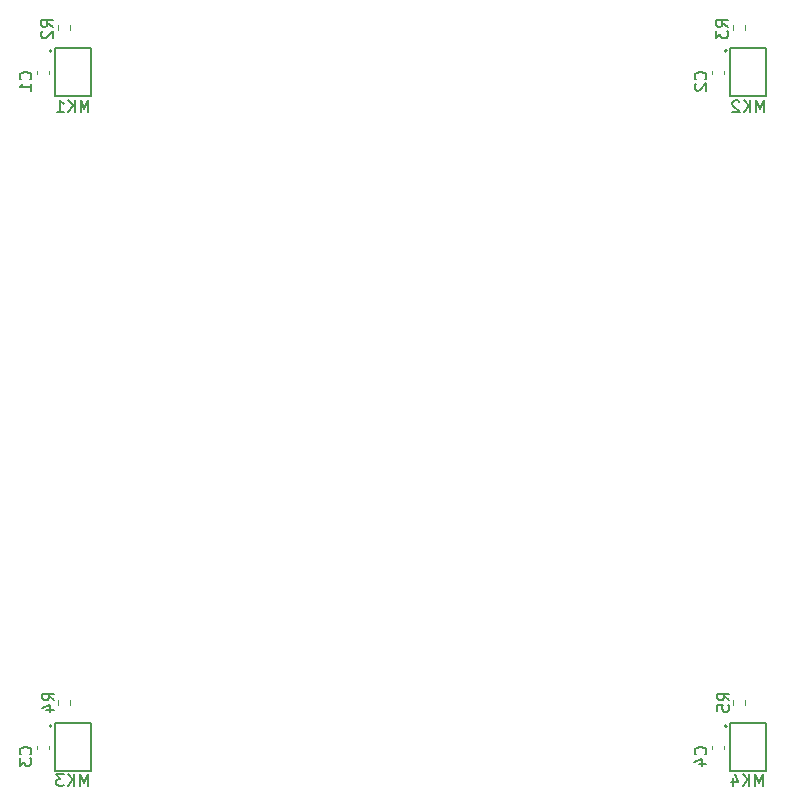
<source format=gbo>
G04 #@! TF.GenerationSoftware,KiCad,Pcbnew,5.1.10-88a1d61d58~88~ubuntu18.04.1*
G04 #@! TF.CreationDate,2021-09-30T10:19:46+02:00*
G04 #@! TF.ProjectId,pmod_microphone_array_2x2,706d6f64-5f6d-4696-9372-6f70686f6e65,1.0.0*
G04 #@! TF.SameCoordinates,Original*
G04 #@! TF.FileFunction,Legend,Bot*
G04 #@! TF.FilePolarity,Positive*
%FSLAX46Y46*%
G04 Gerber Fmt 4.6, Leading zero omitted, Abs format (unit mm)*
G04 Created by KiCad (PCBNEW 5.1.10-88a1d61d58~88~ubuntu18.04.1) date 2021-09-30 10:19:46*
%MOMM*%
%LPD*%
G01*
G04 APERTURE LIST*
%ADD10C,0.120000*%
%ADD11C,0.200000*%
%ADD12C,0.127000*%
%ADD13C,0.150000*%
%ADD14C,0.000100*%
%ADD15C,0.800000*%
%ADD16R,0.750000X0.450000*%
%ADD17R,1.200000X1.200000*%
%ADD18C,1.200000*%
G04 APERTURE END LIST*
D10*
X94502500Y-116823258D02*
X94502500Y-116348742D01*
X93457500Y-116823258D02*
X93457500Y-116348742D01*
X37352500Y-116823258D02*
X37352500Y-116348742D01*
X36307500Y-116823258D02*
X36307500Y-116348742D01*
D11*
X92962000Y-118596000D02*
G75*
G03*
X92962000Y-118596000I-100000J0D01*
G01*
D12*
X96302000Y-122416000D02*
X96302000Y-118376000D01*
X93222000Y-118376000D02*
X93222000Y-122416000D01*
X96302000Y-118376000D02*
X93222000Y-118376000D01*
X93222000Y-122416000D02*
X96302000Y-122416000D01*
D11*
X35792000Y-118596000D02*
G75*
G03*
X35792000Y-118596000I-100000J0D01*
G01*
D12*
X39132000Y-122416000D02*
X39132000Y-118376000D01*
X36052000Y-118376000D02*
X36052000Y-122416000D01*
X39132000Y-118376000D02*
X36052000Y-118376000D01*
X36052000Y-122416000D02*
X39132000Y-122416000D01*
D10*
X91692000Y-120255420D02*
X91692000Y-120536580D01*
X92712000Y-120255420D02*
X92712000Y-120536580D01*
X34542000Y-120255420D02*
X34542000Y-120536580D01*
X35562000Y-120255420D02*
X35562000Y-120536580D01*
D11*
X92962000Y-61426000D02*
G75*
G03*
X92962000Y-61426000I-100000J0D01*
G01*
D12*
X96302000Y-65246000D02*
X96302000Y-61206000D01*
X93222000Y-61206000D02*
X93222000Y-65246000D01*
X96302000Y-61206000D02*
X93222000Y-61206000D01*
X93222000Y-65246000D02*
X96302000Y-65246000D01*
D11*
X35792000Y-61426000D02*
G75*
G03*
X35792000Y-61426000I-100000J0D01*
G01*
D12*
X39132000Y-65246000D02*
X39132000Y-61206000D01*
X36052000Y-61206000D02*
X36052000Y-65246000D01*
X39132000Y-61206000D02*
X36052000Y-61206000D01*
X36052000Y-65246000D02*
X39132000Y-65246000D01*
D10*
X94502500Y-59673258D02*
X94502500Y-59198742D01*
X93457500Y-59673258D02*
X93457500Y-59198742D01*
X37352500Y-59673258D02*
X37352500Y-59198742D01*
X36307500Y-59673258D02*
X36307500Y-59198742D01*
X91692000Y-63105420D02*
X91692000Y-63386580D01*
X92712000Y-63105420D02*
X92712000Y-63386580D01*
X34542000Y-63105420D02*
X34542000Y-63386580D01*
X35562000Y-63105420D02*
X35562000Y-63386580D01*
D13*
X93162380Y-116419333D02*
X92686190Y-116086000D01*
X93162380Y-115847904D02*
X92162380Y-115847904D01*
X92162380Y-116228857D01*
X92210000Y-116324095D01*
X92257619Y-116371714D01*
X92352857Y-116419333D01*
X92495714Y-116419333D01*
X92590952Y-116371714D01*
X92638571Y-116324095D01*
X92686190Y-116228857D01*
X92686190Y-115847904D01*
X92162380Y-117324095D02*
X92162380Y-116847904D01*
X92638571Y-116800285D01*
X92590952Y-116847904D01*
X92543333Y-116943142D01*
X92543333Y-117181238D01*
X92590952Y-117276476D01*
X92638571Y-117324095D01*
X92733809Y-117371714D01*
X92971904Y-117371714D01*
X93067142Y-117324095D01*
X93114761Y-117276476D01*
X93162380Y-117181238D01*
X93162380Y-116943142D01*
X93114761Y-116847904D01*
X93067142Y-116800285D01*
X36012380Y-116419333D02*
X35536190Y-116086000D01*
X36012380Y-115847904D02*
X35012380Y-115847904D01*
X35012380Y-116228857D01*
X35060000Y-116324095D01*
X35107619Y-116371714D01*
X35202857Y-116419333D01*
X35345714Y-116419333D01*
X35440952Y-116371714D01*
X35488571Y-116324095D01*
X35536190Y-116228857D01*
X35536190Y-115847904D01*
X35345714Y-117276476D02*
X36012380Y-117276476D01*
X34964761Y-117038380D02*
X35679047Y-116800285D01*
X35679047Y-117419333D01*
X96011523Y-123662380D02*
X96011523Y-122662380D01*
X95678190Y-123376666D01*
X95344857Y-122662380D01*
X95344857Y-123662380D01*
X94868666Y-123662380D02*
X94868666Y-122662380D01*
X94297238Y-123662380D02*
X94725809Y-123090952D01*
X94297238Y-122662380D02*
X94868666Y-123233809D01*
X93440095Y-122995714D02*
X93440095Y-123662380D01*
X93678190Y-122614761D02*
X93916285Y-123329047D01*
X93297238Y-123329047D01*
X38861523Y-123662380D02*
X38861523Y-122662380D01*
X38528190Y-123376666D01*
X38194857Y-122662380D01*
X38194857Y-123662380D01*
X37718666Y-123662380D02*
X37718666Y-122662380D01*
X37147238Y-123662380D02*
X37575809Y-123090952D01*
X37147238Y-122662380D02*
X37718666Y-123233809D01*
X36813904Y-122662380D02*
X36194857Y-122662380D01*
X36528190Y-123043333D01*
X36385333Y-123043333D01*
X36290095Y-123090952D01*
X36242476Y-123138571D01*
X36194857Y-123233809D01*
X36194857Y-123471904D01*
X36242476Y-123567142D01*
X36290095Y-123614761D01*
X36385333Y-123662380D01*
X36671047Y-123662380D01*
X36766285Y-123614761D01*
X36813904Y-123567142D01*
X91129142Y-120991333D02*
X91176761Y-120943714D01*
X91224380Y-120800857D01*
X91224380Y-120705619D01*
X91176761Y-120562761D01*
X91081523Y-120467523D01*
X90986285Y-120419904D01*
X90795809Y-120372285D01*
X90652952Y-120372285D01*
X90462476Y-120419904D01*
X90367238Y-120467523D01*
X90272000Y-120562761D01*
X90224380Y-120705619D01*
X90224380Y-120800857D01*
X90272000Y-120943714D01*
X90319619Y-120991333D01*
X90557714Y-121848476D02*
X91224380Y-121848476D01*
X90176761Y-121610380D02*
X90891047Y-121372285D01*
X90891047Y-121991333D01*
X33979142Y-120991333D02*
X34026761Y-120943714D01*
X34074380Y-120800857D01*
X34074380Y-120705619D01*
X34026761Y-120562761D01*
X33931523Y-120467523D01*
X33836285Y-120419904D01*
X33645809Y-120372285D01*
X33502952Y-120372285D01*
X33312476Y-120419904D01*
X33217238Y-120467523D01*
X33122000Y-120562761D01*
X33074380Y-120705619D01*
X33074380Y-120800857D01*
X33122000Y-120943714D01*
X33169619Y-120991333D01*
X33074380Y-121324666D02*
X33074380Y-121943714D01*
X33455333Y-121610380D01*
X33455333Y-121753238D01*
X33502952Y-121848476D01*
X33550571Y-121896095D01*
X33645809Y-121943714D01*
X33883904Y-121943714D01*
X33979142Y-121896095D01*
X34026761Y-121848476D01*
X34074380Y-121753238D01*
X34074380Y-121467523D01*
X34026761Y-121372285D01*
X33979142Y-121324666D01*
X96091523Y-66626380D02*
X96091523Y-65626380D01*
X95758190Y-66340666D01*
X95424857Y-65626380D01*
X95424857Y-66626380D01*
X94948666Y-66626380D02*
X94948666Y-65626380D01*
X94377238Y-66626380D02*
X94805809Y-66054952D01*
X94377238Y-65626380D02*
X94948666Y-66197809D01*
X93996285Y-65721619D02*
X93948666Y-65674000D01*
X93853428Y-65626380D01*
X93615333Y-65626380D01*
X93520095Y-65674000D01*
X93472476Y-65721619D01*
X93424857Y-65816857D01*
X93424857Y-65912095D01*
X93472476Y-66054952D01*
X94043904Y-66626380D01*
X93424857Y-66626380D01*
X38901523Y-66626380D02*
X38901523Y-65626380D01*
X38568190Y-66340666D01*
X38234857Y-65626380D01*
X38234857Y-66626380D01*
X37758666Y-66626380D02*
X37758666Y-65626380D01*
X37187238Y-66626380D02*
X37615809Y-66054952D01*
X37187238Y-65626380D02*
X37758666Y-66197809D01*
X36234857Y-66626380D02*
X36806285Y-66626380D01*
X36520571Y-66626380D02*
X36520571Y-65626380D01*
X36615809Y-65769238D01*
X36711047Y-65864476D01*
X36806285Y-65912095D01*
X93035380Y-59396333D02*
X92559190Y-59063000D01*
X93035380Y-58824904D02*
X92035380Y-58824904D01*
X92035380Y-59205857D01*
X92083000Y-59301095D01*
X92130619Y-59348714D01*
X92225857Y-59396333D01*
X92368714Y-59396333D01*
X92463952Y-59348714D01*
X92511571Y-59301095D01*
X92559190Y-59205857D01*
X92559190Y-58824904D01*
X92035380Y-59729666D02*
X92035380Y-60348714D01*
X92416333Y-60015380D01*
X92416333Y-60158238D01*
X92463952Y-60253476D01*
X92511571Y-60301095D01*
X92606809Y-60348714D01*
X92844904Y-60348714D01*
X92940142Y-60301095D01*
X92987761Y-60253476D01*
X93035380Y-60158238D01*
X93035380Y-59872523D01*
X92987761Y-59777285D01*
X92940142Y-59729666D01*
X35885380Y-59396333D02*
X35409190Y-59063000D01*
X35885380Y-58824904D02*
X34885380Y-58824904D01*
X34885380Y-59205857D01*
X34933000Y-59301095D01*
X34980619Y-59348714D01*
X35075857Y-59396333D01*
X35218714Y-59396333D01*
X35313952Y-59348714D01*
X35361571Y-59301095D01*
X35409190Y-59205857D01*
X35409190Y-58824904D01*
X34980619Y-59777285D02*
X34933000Y-59824904D01*
X34885380Y-59920142D01*
X34885380Y-60158238D01*
X34933000Y-60253476D01*
X34980619Y-60301095D01*
X35075857Y-60348714D01*
X35171095Y-60348714D01*
X35313952Y-60301095D01*
X35885380Y-59729666D01*
X35885380Y-60348714D01*
X91129142Y-63841333D02*
X91176761Y-63793714D01*
X91224380Y-63650857D01*
X91224380Y-63555619D01*
X91176761Y-63412761D01*
X91081523Y-63317523D01*
X90986285Y-63269904D01*
X90795809Y-63222285D01*
X90652952Y-63222285D01*
X90462476Y-63269904D01*
X90367238Y-63317523D01*
X90272000Y-63412761D01*
X90224380Y-63555619D01*
X90224380Y-63650857D01*
X90272000Y-63793714D01*
X90319619Y-63841333D01*
X90319619Y-64222285D02*
X90272000Y-64269904D01*
X90224380Y-64365142D01*
X90224380Y-64603238D01*
X90272000Y-64698476D01*
X90319619Y-64746095D01*
X90414857Y-64793714D01*
X90510095Y-64793714D01*
X90652952Y-64746095D01*
X91224380Y-64174666D01*
X91224380Y-64793714D01*
X33979142Y-63841333D02*
X34026761Y-63793714D01*
X34074380Y-63650857D01*
X34074380Y-63555619D01*
X34026761Y-63412761D01*
X33931523Y-63317523D01*
X33836285Y-63269904D01*
X33645809Y-63222285D01*
X33502952Y-63222285D01*
X33312476Y-63269904D01*
X33217238Y-63317523D01*
X33122000Y-63412761D01*
X33074380Y-63555619D01*
X33074380Y-63650857D01*
X33122000Y-63793714D01*
X33169619Y-63841333D01*
X34074380Y-64793714D02*
X34074380Y-64222285D01*
X34074380Y-64508000D02*
X33074380Y-64508000D01*
X33217238Y-64412761D01*
X33312476Y-64317523D01*
X33360095Y-64222285D01*
%LPC*%
D14*
G36*
X94761000Y-120516000D02*
G01*
X94761000Y-120066000D01*
X94715918Y-120066577D01*
X94662641Y-120069835D01*
X94609607Y-120075878D01*
X94556962Y-120084688D01*
X94504850Y-120096241D01*
X94453414Y-120110505D01*
X94402795Y-120127442D01*
X94353132Y-120147005D01*
X94304561Y-120169140D01*
X94257215Y-120193786D01*
X94211224Y-120220877D01*
X94166713Y-120250338D01*
X94123806Y-120282088D01*
X94082619Y-120316040D01*
X94043265Y-120352101D01*
X94005853Y-120390172D01*
X93970484Y-120430150D01*
X93937256Y-120471923D01*
X93906260Y-120515378D01*
X93877580Y-120560396D01*
X93851296Y-120606853D01*
X93827479Y-120654622D01*
X93806195Y-120703572D01*
X93787502Y-120753569D01*
X93771451Y-120804476D01*
X93758087Y-120856152D01*
X93747445Y-120908458D01*
X93739555Y-120961249D01*
X93734439Y-121014380D01*
X93732000Y-121076000D01*
X93732000Y-121096000D01*
X93733412Y-121149906D01*
X93737642Y-121203664D01*
X93744681Y-121257127D01*
X93754508Y-121310149D01*
X93767096Y-121362584D01*
X93782412Y-121414288D01*
X93800412Y-121465119D01*
X93821048Y-121514939D01*
X93844263Y-121563610D01*
X93869994Y-121611000D01*
X93898169Y-121656978D01*
X93928712Y-121701419D01*
X93961540Y-121744200D01*
X93996561Y-121785205D01*
X94033680Y-121824320D01*
X94072795Y-121861439D01*
X94113800Y-121896460D01*
X94156581Y-121929288D01*
X94201022Y-121959831D01*
X94247000Y-121988006D01*
X94294390Y-122013737D01*
X94343061Y-122036952D01*
X94392881Y-122057588D01*
X94443712Y-122075588D01*
X94495416Y-122090904D01*
X94547851Y-122103492D01*
X94600873Y-122113319D01*
X94654336Y-122120358D01*
X94708094Y-122124588D01*
X94762000Y-122126000D01*
X94815906Y-122124588D01*
X94869664Y-122120358D01*
X94923127Y-122113319D01*
X94976149Y-122103492D01*
X95028584Y-122090904D01*
X95080288Y-122075588D01*
X95131119Y-122057588D01*
X95180939Y-122036952D01*
X95229610Y-122013737D01*
X95277000Y-121988006D01*
X95322978Y-121959831D01*
X95367419Y-121929288D01*
X95410200Y-121896460D01*
X95451205Y-121861439D01*
X95490320Y-121824320D01*
X95527439Y-121785205D01*
X95562460Y-121744200D01*
X95595288Y-121701419D01*
X95625831Y-121656978D01*
X95654006Y-121611000D01*
X95679737Y-121563610D01*
X95702952Y-121514939D01*
X95723588Y-121465119D01*
X95741588Y-121414288D01*
X95756904Y-121362584D01*
X95769492Y-121310149D01*
X95779319Y-121257127D01*
X95786358Y-121203664D01*
X95790588Y-121149906D01*
X95792000Y-121096000D01*
X95792000Y-121076000D01*
X95790616Y-121023141D01*
X95786467Y-120970426D01*
X95779565Y-120918001D01*
X95769929Y-120866009D01*
X95757585Y-120814593D01*
X95742567Y-120763893D01*
X95724916Y-120714048D01*
X95704681Y-120665196D01*
X95681917Y-120617470D01*
X95656686Y-120571000D01*
X95629057Y-120525915D01*
X95599107Y-120482337D01*
X95566917Y-120440386D01*
X95532576Y-120400178D01*
X95496178Y-120361822D01*
X95457822Y-120325424D01*
X95417614Y-120291083D01*
X95375663Y-120258893D01*
X95332085Y-120228943D01*
X95287000Y-120201314D01*
X95240530Y-120176083D01*
X95192804Y-120153319D01*
X95143952Y-120133084D01*
X95094107Y-120115433D01*
X95043407Y-120100415D01*
X94991991Y-120088071D01*
X94939999Y-120078435D01*
X94887574Y-120071533D01*
X94834859Y-120067384D01*
X94782000Y-120066000D01*
X94763000Y-120066000D01*
X94763000Y-120516000D01*
X94792271Y-120515746D01*
X94821552Y-120517024D01*
X94850727Y-120519833D01*
X94879715Y-120524166D01*
X94908437Y-120530009D01*
X94936813Y-120537348D01*
X94964766Y-120546161D01*
X94992220Y-120556426D01*
X95019098Y-120568113D01*
X95045329Y-120581191D01*
X95070839Y-120595624D01*
X95095558Y-120611372D01*
X95119420Y-120628392D01*
X95142358Y-120646638D01*
X95164310Y-120666059D01*
X95185215Y-120686603D01*
X95205016Y-120708212D01*
X95223660Y-120730828D01*
X95241094Y-120754389D01*
X95257271Y-120778830D01*
X95272147Y-120804084D01*
X95285681Y-120830082D01*
X95297835Y-120856753D01*
X95308577Y-120884024D01*
X95317877Y-120911819D01*
X95325710Y-120940063D01*
X95332054Y-120968678D01*
X95336891Y-120997585D01*
X95340209Y-121026707D01*
X95342000Y-121056000D01*
X95342000Y-121096000D01*
X95341205Y-121126355D01*
X95338823Y-121156627D01*
X95334859Y-121186732D01*
X95329326Y-121216589D01*
X95322237Y-121246115D01*
X95313613Y-121275230D01*
X95303477Y-121303853D01*
X95291856Y-121331907D01*
X95278784Y-121359314D01*
X95264295Y-121386000D01*
X95248429Y-121411891D01*
X95231230Y-121436915D01*
X95212745Y-121461006D01*
X95193024Y-121484096D01*
X95172122Y-121506122D01*
X95150096Y-121527024D01*
X95127006Y-121546745D01*
X95102915Y-121565230D01*
X95077891Y-121582429D01*
X95052000Y-121598295D01*
X95025314Y-121612784D01*
X94997907Y-121625856D01*
X94969853Y-121637477D01*
X94941230Y-121647613D01*
X94912115Y-121656237D01*
X94882589Y-121663326D01*
X94852732Y-121668859D01*
X94822627Y-121672823D01*
X94792355Y-121675205D01*
X94762000Y-121676000D01*
X94731645Y-121675205D01*
X94701373Y-121672823D01*
X94671268Y-121668859D01*
X94641411Y-121663326D01*
X94611885Y-121656237D01*
X94582770Y-121647613D01*
X94554147Y-121637477D01*
X94526093Y-121625856D01*
X94498686Y-121612784D01*
X94472000Y-121598295D01*
X94446109Y-121582429D01*
X94421085Y-121565230D01*
X94396994Y-121546745D01*
X94373904Y-121527024D01*
X94351878Y-121506122D01*
X94330976Y-121484096D01*
X94311255Y-121461006D01*
X94292770Y-121436915D01*
X94275571Y-121411891D01*
X94259705Y-121386000D01*
X94245216Y-121359314D01*
X94232144Y-121331907D01*
X94220523Y-121303853D01*
X94210387Y-121275230D01*
X94201763Y-121246115D01*
X94194674Y-121216589D01*
X94189141Y-121186732D01*
X94185177Y-121156627D01*
X94182795Y-121126355D01*
X94182000Y-121096000D01*
X94182000Y-121076000D01*
X94183308Y-121045768D01*
X94186166Y-121016086D01*
X94190574Y-120986594D01*
X94196519Y-120957373D01*
X94203985Y-120928503D01*
X94212952Y-120900063D01*
X94223395Y-120872132D01*
X94235286Y-120844785D01*
X94248591Y-120818099D01*
X94263275Y-120792145D01*
X94279297Y-120766995D01*
X94296614Y-120742719D01*
X94315177Y-120719382D01*
X94334936Y-120697048D01*
X94355837Y-120675779D01*
X94377822Y-120655633D01*
X94400832Y-120636665D01*
X94424803Y-120618928D01*
X94449669Y-120602469D01*
X94475363Y-120587335D01*
X94501813Y-120573566D01*
X94528948Y-120561200D01*
X94556692Y-120550271D01*
X94584971Y-120540809D01*
X94613706Y-120532840D01*
X94642819Y-120526386D01*
X94672230Y-120521464D01*
X94701858Y-120518088D01*
X94731622Y-120516268D01*
X94761000Y-120516000D01*
G37*
X94761000Y-120516000D02*
X94761000Y-120066000D01*
X94715918Y-120066577D01*
X94662641Y-120069835D01*
X94609607Y-120075878D01*
X94556962Y-120084688D01*
X94504850Y-120096241D01*
X94453414Y-120110505D01*
X94402795Y-120127442D01*
X94353132Y-120147005D01*
X94304561Y-120169140D01*
X94257215Y-120193786D01*
X94211224Y-120220877D01*
X94166713Y-120250338D01*
X94123806Y-120282088D01*
X94082619Y-120316040D01*
X94043265Y-120352101D01*
X94005853Y-120390172D01*
X93970484Y-120430150D01*
X93937256Y-120471923D01*
X93906260Y-120515378D01*
X93877580Y-120560396D01*
X93851296Y-120606853D01*
X93827479Y-120654622D01*
X93806195Y-120703572D01*
X93787502Y-120753569D01*
X93771451Y-120804476D01*
X93758087Y-120856152D01*
X93747445Y-120908458D01*
X93739555Y-120961249D01*
X93734439Y-121014380D01*
X93732000Y-121076000D01*
X93732000Y-121096000D01*
X93733412Y-121149906D01*
X93737642Y-121203664D01*
X93744681Y-121257127D01*
X93754508Y-121310149D01*
X93767096Y-121362584D01*
X93782412Y-121414288D01*
X93800412Y-121465119D01*
X93821048Y-121514939D01*
X93844263Y-121563610D01*
X93869994Y-121611000D01*
X93898169Y-121656978D01*
X93928712Y-121701419D01*
X93961540Y-121744200D01*
X93996561Y-121785205D01*
X94033680Y-121824320D01*
X94072795Y-121861439D01*
X94113800Y-121896460D01*
X94156581Y-121929288D01*
X94201022Y-121959831D01*
X94247000Y-121988006D01*
X94294390Y-122013737D01*
X94343061Y-122036952D01*
X94392881Y-122057588D01*
X94443712Y-122075588D01*
X94495416Y-122090904D01*
X94547851Y-122103492D01*
X94600873Y-122113319D01*
X94654336Y-122120358D01*
X94708094Y-122124588D01*
X94762000Y-122126000D01*
X94815906Y-122124588D01*
X94869664Y-122120358D01*
X94923127Y-122113319D01*
X94976149Y-122103492D01*
X95028584Y-122090904D01*
X95080288Y-122075588D01*
X95131119Y-122057588D01*
X95180939Y-122036952D01*
X95229610Y-122013737D01*
X95277000Y-121988006D01*
X95322978Y-121959831D01*
X95367419Y-121929288D01*
X95410200Y-121896460D01*
X95451205Y-121861439D01*
X95490320Y-121824320D01*
X95527439Y-121785205D01*
X95562460Y-121744200D01*
X95595288Y-121701419D01*
X95625831Y-121656978D01*
X95654006Y-121611000D01*
X95679737Y-121563610D01*
X95702952Y-121514939D01*
X95723588Y-121465119D01*
X95741588Y-121414288D01*
X95756904Y-121362584D01*
X95769492Y-121310149D01*
X95779319Y-121257127D01*
X95786358Y-121203664D01*
X95790588Y-121149906D01*
X95792000Y-121096000D01*
X95792000Y-121076000D01*
X95790616Y-121023141D01*
X95786467Y-120970426D01*
X95779565Y-120918001D01*
X95769929Y-120866009D01*
X95757585Y-120814593D01*
X95742567Y-120763893D01*
X95724916Y-120714048D01*
X95704681Y-120665196D01*
X95681917Y-120617470D01*
X95656686Y-120571000D01*
X95629057Y-120525915D01*
X95599107Y-120482337D01*
X95566917Y-120440386D01*
X95532576Y-120400178D01*
X95496178Y-120361822D01*
X95457822Y-120325424D01*
X95417614Y-120291083D01*
X95375663Y-120258893D01*
X95332085Y-120228943D01*
X95287000Y-120201314D01*
X95240530Y-120176083D01*
X95192804Y-120153319D01*
X95143952Y-120133084D01*
X95094107Y-120115433D01*
X95043407Y-120100415D01*
X94991991Y-120088071D01*
X94939999Y-120078435D01*
X94887574Y-120071533D01*
X94834859Y-120067384D01*
X94782000Y-120066000D01*
X94763000Y-120066000D01*
X94763000Y-120516000D01*
X94792271Y-120515746D01*
X94821552Y-120517024D01*
X94850727Y-120519833D01*
X94879715Y-120524166D01*
X94908437Y-120530009D01*
X94936813Y-120537348D01*
X94964766Y-120546161D01*
X94992220Y-120556426D01*
X95019098Y-120568113D01*
X95045329Y-120581191D01*
X95070839Y-120595624D01*
X95095558Y-120611372D01*
X95119420Y-120628392D01*
X95142358Y-120646638D01*
X95164310Y-120666059D01*
X95185215Y-120686603D01*
X95205016Y-120708212D01*
X95223660Y-120730828D01*
X95241094Y-120754389D01*
X95257271Y-120778830D01*
X95272147Y-120804084D01*
X95285681Y-120830082D01*
X95297835Y-120856753D01*
X95308577Y-120884024D01*
X95317877Y-120911819D01*
X95325710Y-120940063D01*
X95332054Y-120968678D01*
X95336891Y-120997585D01*
X95340209Y-121026707D01*
X95342000Y-121056000D01*
X95342000Y-121096000D01*
X95341205Y-121126355D01*
X95338823Y-121156627D01*
X95334859Y-121186732D01*
X95329326Y-121216589D01*
X95322237Y-121246115D01*
X95313613Y-121275230D01*
X95303477Y-121303853D01*
X95291856Y-121331907D01*
X95278784Y-121359314D01*
X95264295Y-121386000D01*
X95248429Y-121411891D01*
X95231230Y-121436915D01*
X95212745Y-121461006D01*
X95193024Y-121484096D01*
X95172122Y-121506122D01*
X95150096Y-121527024D01*
X95127006Y-121546745D01*
X95102915Y-121565230D01*
X95077891Y-121582429D01*
X95052000Y-121598295D01*
X95025314Y-121612784D01*
X94997907Y-121625856D01*
X94969853Y-121637477D01*
X94941230Y-121647613D01*
X94912115Y-121656237D01*
X94882589Y-121663326D01*
X94852732Y-121668859D01*
X94822627Y-121672823D01*
X94792355Y-121675205D01*
X94762000Y-121676000D01*
X94731645Y-121675205D01*
X94701373Y-121672823D01*
X94671268Y-121668859D01*
X94641411Y-121663326D01*
X94611885Y-121656237D01*
X94582770Y-121647613D01*
X94554147Y-121637477D01*
X94526093Y-121625856D01*
X94498686Y-121612784D01*
X94472000Y-121598295D01*
X94446109Y-121582429D01*
X94421085Y-121565230D01*
X94396994Y-121546745D01*
X94373904Y-121527024D01*
X94351878Y-121506122D01*
X94330976Y-121484096D01*
X94311255Y-121461006D01*
X94292770Y-121436915D01*
X94275571Y-121411891D01*
X94259705Y-121386000D01*
X94245216Y-121359314D01*
X94232144Y-121331907D01*
X94220523Y-121303853D01*
X94210387Y-121275230D01*
X94201763Y-121246115D01*
X94194674Y-121216589D01*
X94189141Y-121186732D01*
X94185177Y-121156627D01*
X94182795Y-121126355D01*
X94182000Y-121096000D01*
X94182000Y-121076000D01*
X94183308Y-121045768D01*
X94186166Y-121016086D01*
X94190574Y-120986594D01*
X94196519Y-120957373D01*
X94203985Y-120928503D01*
X94212952Y-120900063D01*
X94223395Y-120872132D01*
X94235286Y-120844785D01*
X94248591Y-120818099D01*
X94263275Y-120792145D01*
X94279297Y-120766995D01*
X94296614Y-120742719D01*
X94315177Y-120719382D01*
X94334936Y-120697048D01*
X94355837Y-120675779D01*
X94377822Y-120655633D01*
X94400832Y-120636665D01*
X94424803Y-120618928D01*
X94449669Y-120602469D01*
X94475363Y-120587335D01*
X94501813Y-120573566D01*
X94528948Y-120561200D01*
X94556692Y-120550271D01*
X94584971Y-120540809D01*
X94613706Y-120532840D01*
X94642819Y-120526386D01*
X94672230Y-120521464D01*
X94701858Y-120518088D01*
X94731622Y-120516268D01*
X94761000Y-120516000D01*
G36*
X37591000Y-120516000D02*
G01*
X37591000Y-120066000D01*
X37545918Y-120066577D01*
X37492641Y-120069835D01*
X37439607Y-120075878D01*
X37386962Y-120084688D01*
X37334850Y-120096241D01*
X37283414Y-120110505D01*
X37232795Y-120127442D01*
X37183132Y-120147005D01*
X37134561Y-120169140D01*
X37087215Y-120193786D01*
X37041224Y-120220877D01*
X36996713Y-120250338D01*
X36953806Y-120282088D01*
X36912619Y-120316040D01*
X36873265Y-120352101D01*
X36835853Y-120390172D01*
X36800484Y-120430150D01*
X36767256Y-120471923D01*
X36736260Y-120515378D01*
X36707580Y-120560396D01*
X36681296Y-120606853D01*
X36657479Y-120654622D01*
X36636195Y-120703572D01*
X36617502Y-120753569D01*
X36601451Y-120804476D01*
X36588087Y-120856152D01*
X36577445Y-120908458D01*
X36569555Y-120961249D01*
X36564439Y-121014380D01*
X36562000Y-121076000D01*
X36562000Y-121096000D01*
X36563412Y-121149906D01*
X36567642Y-121203664D01*
X36574681Y-121257127D01*
X36584508Y-121310149D01*
X36597096Y-121362584D01*
X36612412Y-121414288D01*
X36630412Y-121465119D01*
X36651048Y-121514939D01*
X36674263Y-121563610D01*
X36699994Y-121611000D01*
X36728169Y-121656978D01*
X36758712Y-121701419D01*
X36791540Y-121744200D01*
X36826561Y-121785205D01*
X36863680Y-121824320D01*
X36902795Y-121861439D01*
X36943800Y-121896460D01*
X36986581Y-121929288D01*
X37031022Y-121959831D01*
X37077000Y-121988006D01*
X37124390Y-122013737D01*
X37173061Y-122036952D01*
X37222881Y-122057588D01*
X37273712Y-122075588D01*
X37325416Y-122090904D01*
X37377851Y-122103492D01*
X37430873Y-122113319D01*
X37484336Y-122120358D01*
X37538094Y-122124588D01*
X37592000Y-122126000D01*
X37645906Y-122124588D01*
X37699664Y-122120358D01*
X37753127Y-122113319D01*
X37806149Y-122103492D01*
X37858584Y-122090904D01*
X37910288Y-122075588D01*
X37961119Y-122057588D01*
X38010939Y-122036952D01*
X38059610Y-122013737D01*
X38107000Y-121988006D01*
X38152978Y-121959831D01*
X38197419Y-121929288D01*
X38240200Y-121896460D01*
X38281205Y-121861439D01*
X38320320Y-121824320D01*
X38357439Y-121785205D01*
X38392460Y-121744200D01*
X38425288Y-121701419D01*
X38455831Y-121656978D01*
X38484006Y-121611000D01*
X38509737Y-121563610D01*
X38532952Y-121514939D01*
X38553588Y-121465119D01*
X38571588Y-121414288D01*
X38586904Y-121362584D01*
X38599492Y-121310149D01*
X38609319Y-121257127D01*
X38616358Y-121203664D01*
X38620588Y-121149906D01*
X38622000Y-121096000D01*
X38622000Y-121076000D01*
X38620616Y-121023141D01*
X38616467Y-120970426D01*
X38609565Y-120918001D01*
X38599929Y-120866009D01*
X38587585Y-120814593D01*
X38572567Y-120763893D01*
X38554916Y-120714048D01*
X38534681Y-120665196D01*
X38511917Y-120617470D01*
X38486686Y-120571000D01*
X38459057Y-120525915D01*
X38429107Y-120482337D01*
X38396917Y-120440386D01*
X38362576Y-120400178D01*
X38326178Y-120361822D01*
X38287822Y-120325424D01*
X38247614Y-120291083D01*
X38205663Y-120258893D01*
X38162085Y-120228943D01*
X38117000Y-120201314D01*
X38070530Y-120176083D01*
X38022804Y-120153319D01*
X37973952Y-120133084D01*
X37924107Y-120115433D01*
X37873407Y-120100415D01*
X37821991Y-120088071D01*
X37769999Y-120078435D01*
X37717574Y-120071533D01*
X37664859Y-120067384D01*
X37612000Y-120066000D01*
X37593000Y-120066000D01*
X37593000Y-120516000D01*
X37622271Y-120515746D01*
X37651552Y-120517024D01*
X37680727Y-120519833D01*
X37709715Y-120524166D01*
X37738437Y-120530009D01*
X37766813Y-120537348D01*
X37794766Y-120546161D01*
X37822220Y-120556426D01*
X37849098Y-120568113D01*
X37875329Y-120581191D01*
X37900839Y-120595624D01*
X37925558Y-120611372D01*
X37949420Y-120628392D01*
X37972358Y-120646638D01*
X37994310Y-120666059D01*
X38015215Y-120686603D01*
X38035016Y-120708212D01*
X38053660Y-120730828D01*
X38071094Y-120754389D01*
X38087271Y-120778830D01*
X38102147Y-120804084D01*
X38115681Y-120830082D01*
X38127835Y-120856753D01*
X38138577Y-120884024D01*
X38147877Y-120911819D01*
X38155710Y-120940063D01*
X38162054Y-120968678D01*
X38166891Y-120997585D01*
X38170209Y-121026707D01*
X38172000Y-121056000D01*
X38172000Y-121096000D01*
X38171205Y-121126355D01*
X38168823Y-121156627D01*
X38164859Y-121186732D01*
X38159326Y-121216589D01*
X38152237Y-121246115D01*
X38143613Y-121275230D01*
X38133477Y-121303853D01*
X38121856Y-121331907D01*
X38108784Y-121359314D01*
X38094295Y-121386000D01*
X38078429Y-121411891D01*
X38061230Y-121436915D01*
X38042745Y-121461006D01*
X38023024Y-121484096D01*
X38002122Y-121506122D01*
X37980096Y-121527024D01*
X37957006Y-121546745D01*
X37932915Y-121565230D01*
X37907891Y-121582429D01*
X37882000Y-121598295D01*
X37855314Y-121612784D01*
X37827907Y-121625856D01*
X37799853Y-121637477D01*
X37771230Y-121647613D01*
X37742115Y-121656237D01*
X37712589Y-121663326D01*
X37682732Y-121668859D01*
X37652627Y-121672823D01*
X37622355Y-121675205D01*
X37592000Y-121676000D01*
X37561645Y-121675205D01*
X37531373Y-121672823D01*
X37501268Y-121668859D01*
X37471411Y-121663326D01*
X37441885Y-121656237D01*
X37412770Y-121647613D01*
X37384147Y-121637477D01*
X37356093Y-121625856D01*
X37328686Y-121612784D01*
X37302000Y-121598295D01*
X37276109Y-121582429D01*
X37251085Y-121565230D01*
X37226994Y-121546745D01*
X37203904Y-121527024D01*
X37181878Y-121506122D01*
X37160976Y-121484096D01*
X37141255Y-121461006D01*
X37122770Y-121436915D01*
X37105571Y-121411891D01*
X37089705Y-121386000D01*
X37075216Y-121359314D01*
X37062144Y-121331907D01*
X37050523Y-121303853D01*
X37040387Y-121275230D01*
X37031763Y-121246115D01*
X37024674Y-121216589D01*
X37019141Y-121186732D01*
X37015177Y-121156627D01*
X37012795Y-121126355D01*
X37012000Y-121096000D01*
X37012000Y-121076000D01*
X37013308Y-121045768D01*
X37016166Y-121016086D01*
X37020574Y-120986594D01*
X37026519Y-120957373D01*
X37033985Y-120928503D01*
X37042952Y-120900063D01*
X37053395Y-120872132D01*
X37065286Y-120844785D01*
X37078591Y-120818099D01*
X37093275Y-120792145D01*
X37109297Y-120766995D01*
X37126614Y-120742719D01*
X37145177Y-120719382D01*
X37164936Y-120697048D01*
X37185837Y-120675779D01*
X37207822Y-120655633D01*
X37230832Y-120636665D01*
X37254803Y-120618928D01*
X37279669Y-120602469D01*
X37305363Y-120587335D01*
X37331813Y-120573566D01*
X37358948Y-120561200D01*
X37386692Y-120550271D01*
X37414971Y-120540809D01*
X37443706Y-120532840D01*
X37472819Y-120526386D01*
X37502230Y-120521464D01*
X37531858Y-120518088D01*
X37561622Y-120516268D01*
X37591000Y-120516000D01*
G37*
X37591000Y-120516000D02*
X37591000Y-120066000D01*
X37545918Y-120066577D01*
X37492641Y-120069835D01*
X37439607Y-120075878D01*
X37386962Y-120084688D01*
X37334850Y-120096241D01*
X37283414Y-120110505D01*
X37232795Y-120127442D01*
X37183132Y-120147005D01*
X37134561Y-120169140D01*
X37087215Y-120193786D01*
X37041224Y-120220877D01*
X36996713Y-120250338D01*
X36953806Y-120282088D01*
X36912619Y-120316040D01*
X36873265Y-120352101D01*
X36835853Y-120390172D01*
X36800484Y-120430150D01*
X36767256Y-120471923D01*
X36736260Y-120515378D01*
X36707580Y-120560396D01*
X36681296Y-120606853D01*
X36657479Y-120654622D01*
X36636195Y-120703572D01*
X36617502Y-120753569D01*
X36601451Y-120804476D01*
X36588087Y-120856152D01*
X36577445Y-120908458D01*
X36569555Y-120961249D01*
X36564439Y-121014380D01*
X36562000Y-121076000D01*
X36562000Y-121096000D01*
X36563412Y-121149906D01*
X36567642Y-121203664D01*
X36574681Y-121257127D01*
X36584508Y-121310149D01*
X36597096Y-121362584D01*
X36612412Y-121414288D01*
X36630412Y-121465119D01*
X36651048Y-121514939D01*
X36674263Y-121563610D01*
X36699994Y-121611000D01*
X36728169Y-121656978D01*
X36758712Y-121701419D01*
X36791540Y-121744200D01*
X36826561Y-121785205D01*
X36863680Y-121824320D01*
X36902795Y-121861439D01*
X36943800Y-121896460D01*
X36986581Y-121929288D01*
X37031022Y-121959831D01*
X37077000Y-121988006D01*
X37124390Y-122013737D01*
X37173061Y-122036952D01*
X37222881Y-122057588D01*
X37273712Y-122075588D01*
X37325416Y-122090904D01*
X37377851Y-122103492D01*
X37430873Y-122113319D01*
X37484336Y-122120358D01*
X37538094Y-122124588D01*
X37592000Y-122126000D01*
X37645906Y-122124588D01*
X37699664Y-122120358D01*
X37753127Y-122113319D01*
X37806149Y-122103492D01*
X37858584Y-122090904D01*
X37910288Y-122075588D01*
X37961119Y-122057588D01*
X38010939Y-122036952D01*
X38059610Y-122013737D01*
X38107000Y-121988006D01*
X38152978Y-121959831D01*
X38197419Y-121929288D01*
X38240200Y-121896460D01*
X38281205Y-121861439D01*
X38320320Y-121824320D01*
X38357439Y-121785205D01*
X38392460Y-121744200D01*
X38425288Y-121701419D01*
X38455831Y-121656978D01*
X38484006Y-121611000D01*
X38509737Y-121563610D01*
X38532952Y-121514939D01*
X38553588Y-121465119D01*
X38571588Y-121414288D01*
X38586904Y-121362584D01*
X38599492Y-121310149D01*
X38609319Y-121257127D01*
X38616358Y-121203664D01*
X38620588Y-121149906D01*
X38622000Y-121096000D01*
X38622000Y-121076000D01*
X38620616Y-121023141D01*
X38616467Y-120970426D01*
X38609565Y-120918001D01*
X38599929Y-120866009D01*
X38587585Y-120814593D01*
X38572567Y-120763893D01*
X38554916Y-120714048D01*
X38534681Y-120665196D01*
X38511917Y-120617470D01*
X38486686Y-120571000D01*
X38459057Y-120525915D01*
X38429107Y-120482337D01*
X38396917Y-120440386D01*
X38362576Y-120400178D01*
X38326178Y-120361822D01*
X38287822Y-120325424D01*
X38247614Y-120291083D01*
X38205663Y-120258893D01*
X38162085Y-120228943D01*
X38117000Y-120201314D01*
X38070530Y-120176083D01*
X38022804Y-120153319D01*
X37973952Y-120133084D01*
X37924107Y-120115433D01*
X37873407Y-120100415D01*
X37821991Y-120088071D01*
X37769999Y-120078435D01*
X37717574Y-120071533D01*
X37664859Y-120067384D01*
X37612000Y-120066000D01*
X37593000Y-120066000D01*
X37593000Y-120516000D01*
X37622271Y-120515746D01*
X37651552Y-120517024D01*
X37680727Y-120519833D01*
X37709715Y-120524166D01*
X37738437Y-120530009D01*
X37766813Y-120537348D01*
X37794766Y-120546161D01*
X37822220Y-120556426D01*
X37849098Y-120568113D01*
X37875329Y-120581191D01*
X37900839Y-120595624D01*
X37925558Y-120611372D01*
X37949420Y-120628392D01*
X37972358Y-120646638D01*
X37994310Y-120666059D01*
X38015215Y-120686603D01*
X38035016Y-120708212D01*
X38053660Y-120730828D01*
X38071094Y-120754389D01*
X38087271Y-120778830D01*
X38102147Y-120804084D01*
X38115681Y-120830082D01*
X38127835Y-120856753D01*
X38138577Y-120884024D01*
X38147877Y-120911819D01*
X38155710Y-120940063D01*
X38162054Y-120968678D01*
X38166891Y-120997585D01*
X38170209Y-121026707D01*
X38172000Y-121056000D01*
X38172000Y-121096000D01*
X38171205Y-121126355D01*
X38168823Y-121156627D01*
X38164859Y-121186732D01*
X38159326Y-121216589D01*
X38152237Y-121246115D01*
X38143613Y-121275230D01*
X38133477Y-121303853D01*
X38121856Y-121331907D01*
X38108784Y-121359314D01*
X38094295Y-121386000D01*
X38078429Y-121411891D01*
X38061230Y-121436915D01*
X38042745Y-121461006D01*
X38023024Y-121484096D01*
X38002122Y-121506122D01*
X37980096Y-121527024D01*
X37957006Y-121546745D01*
X37932915Y-121565230D01*
X37907891Y-121582429D01*
X37882000Y-121598295D01*
X37855314Y-121612784D01*
X37827907Y-121625856D01*
X37799853Y-121637477D01*
X37771230Y-121647613D01*
X37742115Y-121656237D01*
X37712589Y-121663326D01*
X37682732Y-121668859D01*
X37652627Y-121672823D01*
X37622355Y-121675205D01*
X37592000Y-121676000D01*
X37561645Y-121675205D01*
X37531373Y-121672823D01*
X37501268Y-121668859D01*
X37471411Y-121663326D01*
X37441885Y-121656237D01*
X37412770Y-121647613D01*
X37384147Y-121637477D01*
X37356093Y-121625856D01*
X37328686Y-121612784D01*
X37302000Y-121598295D01*
X37276109Y-121582429D01*
X37251085Y-121565230D01*
X37226994Y-121546745D01*
X37203904Y-121527024D01*
X37181878Y-121506122D01*
X37160976Y-121484096D01*
X37141255Y-121461006D01*
X37122770Y-121436915D01*
X37105571Y-121411891D01*
X37089705Y-121386000D01*
X37075216Y-121359314D01*
X37062144Y-121331907D01*
X37050523Y-121303853D01*
X37040387Y-121275230D01*
X37031763Y-121246115D01*
X37024674Y-121216589D01*
X37019141Y-121186732D01*
X37015177Y-121156627D01*
X37012795Y-121126355D01*
X37012000Y-121096000D01*
X37012000Y-121076000D01*
X37013308Y-121045768D01*
X37016166Y-121016086D01*
X37020574Y-120986594D01*
X37026519Y-120957373D01*
X37033985Y-120928503D01*
X37042952Y-120900063D01*
X37053395Y-120872132D01*
X37065286Y-120844785D01*
X37078591Y-120818099D01*
X37093275Y-120792145D01*
X37109297Y-120766995D01*
X37126614Y-120742719D01*
X37145177Y-120719382D01*
X37164936Y-120697048D01*
X37185837Y-120675779D01*
X37207822Y-120655633D01*
X37230832Y-120636665D01*
X37254803Y-120618928D01*
X37279669Y-120602469D01*
X37305363Y-120587335D01*
X37331813Y-120573566D01*
X37358948Y-120561200D01*
X37386692Y-120550271D01*
X37414971Y-120540809D01*
X37443706Y-120532840D01*
X37472819Y-120526386D01*
X37502230Y-120521464D01*
X37531858Y-120518088D01*
X37561622Y-120516268D01*
X37591000Y-120516000D01*
G36*
X94761000Y-63346000D02*
G01*
X94761000Y-62896000D01*
X94715918Y-62896577D01*
X94662641Y-62899835D01*
X94609607Y-62905878D01*
X94556962Y-62914688D01*
X94504850Y-62926241D01*
X94453414Y-62940505D01*
X94402795Y-62957442D01*
X94353132Y-62977005D01*
X94304561Y-62999140D01*
X94257215Y-63023786D01*
X94211224Y-63050877D01*
X94166713Y-63080338D01*
X94123806Y-63112088D01*
X94082619Y-63146040D01*
X94043265Y-63182101D01*
X94005853Y-63220172D01*
X93970484Y-63260150D01*
X93937256Y-63301923D01*
X93906260Y-63345378D01*
X93877580Y-63390396D01*
X93851296Y-63436853D01*
X93827479Y-63484622D01*
X93806195Y-63533572D01*
X93787502Y-63583569D01*
X93771451Y-63634476D01*
X93758087Y-63686152D01*
X93747445Y-63738458D01*
X93739555Y-63791249D01*
X93734439Y-63844380D01*
X93732000Y-63906000D01*
X93732000Y-63926000D01*
X93733412Y-63979906D01*
X93737642Y-64033664D01*
X93744681Y-64087127D01*
X93754508Y-64140149D01*
X93767096Y-64192584D01*
X93782412Y-64244288D01*
X93800412Y-64295119D01*
X93821048Y-64344939D01*
X93844263Y-64393610D01*
X93869994Y-64441000D01*
X93898169Y-64486978D01*
X93928712Y-64531419D01*
X93961540Y-64574200D01*
X93996561Y-64615205D01*
X94033680Y-64654320D01*
X94072795Y-64691439D01*
X94113800Y-64726460D01*
X94156581Y-64759288D01*
X94201022Y-64789831D01*
X94247000Y-64818006D01*
X94294390Y-64843737D01*
X94343061Y-64866952D01*
X94392881Y-64887588D01*
X94443712Y-64905588D01*
X94495416Y-64920904D01*
X94547851Y-64933492D01*
X94600873Y-64943319D01*
X94654336Y-64950358D01*
X94708094Y-64954588D01*
X94762000Y-64956000D01*
X94815906Y-64954588D01*
X94869664Y-64950358D01*
X94923127Y-64943319D01*
X94976149Y-64933492D01*
X95028584Y-64920904D01*
X95080288Y-64905588D01*
X95131119Y-64887588D01*
X95180939Y-64866952D01*
X95229610Y-64843737D01*
X95277000Y-64818006D01*
X95322978Y-64789831D01*
X95367419Y-64759288D01*
X95410200Y-64726460D01*
X95451205Y-64691439D01*
X95490320Y-64654320D01*
X95527439Y-64615205D01*
X95562460Y-64574200D01*
X95595288Y-64531419D01*
X95625831Y-64486978D01*
X95654006Y-64441000D01*
X95679737Y-64393610D01*
X95702952Y-64344939D01*
X95723588Y-64295119D01*
X95741588Y-64244288D01*
X95756904Y-64192584D01*
X95769492Y-64140149D01*
X95779319Y-64087127D01*
X95786358Y-64033664D01*
X95790588Y-63979906D01*
X95792000Y-63926000D01*
X95792000Y-63906000D01*
X95790616Y-63853141D01*
X95786467Y-63800426D01*
X95779565Y-63748001D01*
X95769929Y-63696009D01*
X95757585Y-63644593D01*
X95742567Y-63593893D01*
X95724916Y-63544048D01*
X95704681Y-63495196D01*
X95681917Y-63447470D01*
X95656686Y-63401000D01*
X95629057Y-63355915D01*
X95599107Y-63312337D01*
X95566917Y-63270386D01*
X95532576Y-63230178D01*
X95496178Y-63191822D01*
X95457822Y-63155424D01*
X95417614Y-63121083D01*
X95375663Y-63088893D01*
X95332085Y-63058943D01*
X95287000Y-63031314D01*
X95240530Y-63006083D01*
X95192804Y-62983319D01*
X95143952Y-62963084D01*
X95094107Y-62945433D01*
X95043407Y-62930415D01*
X94991991Y-62918071D01*
X94939999Y-62908435D01*
X94887574Y-62901533D01*
X94834859Y-62897384D01*
X94782000Y-62896000D01*
X94763000Y-62896000D01*
X94763000Y-63346000D01*
X94792271Y-63345746D01*
X94821552Y-63347024D01*
X94850727Y-63349833D01*
X94879715Y-63354166D01*
X94908437Y-63360009D01*
X94936813Y-63367348D01*
X94964766Y-63376161D01*
X94992220Y-63386426D01*
X95019098Y-63398113D01*
X95045329Y-63411191D01*
X95070839Y-63425624D01*
X95095558Y-63441372D01*
X95119420Y-63458392D01*
X95142358Y-63476638D01*
X95164310Y-63496059D01*
X95185215Y-63516603D01*
X95205016Y-63538212D01*
X95223660Y-63560828D01*
X95241094Y-63584389D01*
X95257271Y-63608830D01*
X95272147Y-63634084D01*
X95285681Y-63660082D01*
X95297835Y-63686753D01*
X95308577Y-63714024D01*
X95317877Y-63741819D01*
X95325710Y-63770063D01*
X95332054Y-63798678D01*
X95336891Y-63827585D01*
X95340209Y-63856707D01*
X95342000Y-63886000D01*
X95342000Y-63926000D01*
X95341205Y-63956355D01*
X95338823Y-63986627D01*
X95334859Y-64016732D01*
X95329326Y-64046589D01*
X95322237Y-64076115D01*
X95313613Y-64105230D01*
X95303477Y-64133853D01*
X95291856Y-64161907D01*
X95278784Y-64189314D01*
X95264295Y-64216000D01*
X95248429Y-64241891D01*
X95231230Y-64266915D01*
X95212745Y-64291006D01*
X95193024Y-64314096D01*
X95172122Y-64336122D01*
X95150096Y-64357024D01*
X95127006Y-64376745D01*
X95102915Y-64395230D01*
X95077891Y-64412429D01*
X95052000Y-64428295D01*
X95025314Y-64442784D01*
X94997907Y-64455856D01*
X94969853Y-64467477D01*
X94941230Y-64477613D01*
X94912115Y-64486237D01*
X94882589Y-64493326D01*
X94852732Y-64498859D01*
X94822627Y-64502823D01*
X94792355Y-64505205D01*
X94762000Y-64506000D01*
X94731645Y-64505205D01*
X94701373Y-64502823D01*
X94671268Y-64498859D01*
X94641411Y-64493326D01*
X94611885Y-64486237D01*
X94582770Y-64477613D01*
X94554147Y-64467477D01*
X94526093Y-64455856D01*
X94498686Y-64442784D01*
X94472000Y-64428295D01*
X94446109Y-64412429D01*
X94421085Y-64395230D01*
X94396994Y-64376745D01*
X94373904Y-64357024D01*
X94351878Y-64336122D01*
X94330976Y-64314096D01*
X94311255Y-64291006D01*
X94292770Y-64266915D01*
X94275571Y-64241891D01*
X94259705Y-64216000D01*
X94245216Y-64189314D01*
X94232144Y-64161907D01*
X94220523Y-64133853D01*
X94210387Y-64105230D01*
X94201763Y-64076115D01*
X94194674Y-64046589D01*
X94189141Y-64016732D01*
X94185177Y-63986627D01*
X94182795Y-63956355D01*
X94182000Y-63926000D01*
X94182000Y-63906000D01*
X94183308Y-63875768D01*
X94186166Y-63846086D01*
X94190574Y-63816594D01*
X94196519Y-63787373D01*
X94203985Y-63758503D01*
X94212952Y-63730063D01*
X94223395Y-63702132D01*
X94235286Y-63674785D01*
X94248591Y-63648099D01*
X94263275Y-63622145D01*
X94279297Y-63596995D01*
X94296614Y-63572719D01*
X94315177Y-63549382D01*
X94334936Y-63527048D01*
X94355837Y-63505779D01*
X94377822Y-63485633D01*
X94400832Y-63466665D01*
X94424803Y-63448928D01*
X94449669Y-63432469D01*
X94475363Y-63417335D01*
X94501813Y-63403566D01*
X94528948Y-63391200D01*
X94556692Y-63380271D01*
X94584971Y-63370809D01*
X94613706Y-63362840D01*
X94642819Y-63356386D01*
X94672230Y-63351464D01*
X94701858Y-63348088D01*
X94731622Y-63346268D01*
X94761000Y-63346000D01*
G37*
X94761000Y-63346000D02*
X94761000Y-62896000D01*
X94715918Y-62896577D01*
X94662641Y-62899835D01*
X94609607Y-62905878D01*
X94556962Y-62914688D01*
X94504850Y-62926241D01*
X94453414Y-62940505D01*
X94402795Y-62957442D01*
X94353132Y-62977005D01*
X94304561Y-62999140D01*
X94257215Y-63023786D01*
X94211224Y-63050877D01*
X94166713Y-63080338D01*
X94123806Y-63112088D01*
X94082619Y-63146040D01*
X94043265Y-63182101D01*
X94005853Y-63220172D01*
X93970484Y-63260150D01*
X93937256Y-63301923D01*
X93906260Y-63345378D01*
X93877580Y-63390396D01*
X93851296Y-63436853D01*
X93827479Y-63484622D01*
X93806195Y-63533572D01*
X93787502Y-63583569D01*
X93771451Y-63634476D01*
X93758087Y-63686152D01*
X93747445Y-63738458D01*
X93739555Y-63791249D01*
X93734439Y-63844380D01*
X93732000Y-63906000D01*
X93732000Y-63926000D01*
X93733412Y-63979906D01*
X93737642Y-64033664D01*
X93744681Y-64087127D01*
X93754508Y-64140149D01*
X93767096Y-64192584D01*
X93782412Y-64244288D01*
X93800412Y-64295119D01*
X93821048Y-64344939D01*
X93844263Y-64393610D01*
X93869994Y-64441000D01*
X93898169Y-64486978D01*
X93928712Y-64531419D01*
X93961540Y-64574200D01*
X93996561Y-64615205D01*
X94033680Y-64654320D01*
X94072795Y-64691439D01*
X94113800Y-64726460D01*
X94156581Y-64759288D01*
X94201022Y-64789831D01*
X94247000Y-64818006D01*
X94294390Y-64843737D01*
X94343061Y-64866952D01*
X94392881Y-64887588D01*
X94443712Y-64905588D01*
X94495416Y-64920904D01*
X94547851Y-64933492D01*
X94600873Y-64943319D01*
X94654336Y-64950358D01*
X94708094Y-64954588D01*
X94762000Y-64956000D01*
X94815906Y-64954588D01*
X94869664Y-64950358D01*
X94923127Y-64943319D01*
X94976149Y-64933492D01*
X95028584Y-64920904D01*
X95080288Y-64905588D01*
X95131119Y-64887588D01*
X95180939Y-64866952D01*
X95229610Y-64843737D01*
X95277000Y-64818006D01*
X95322978Y-64789831D01*
X95367419Y-64759288D01*
X95410200Y-64726460D01*
X95451205Y-64691439D01*
X95490320Y-64654320D01*
X95527439Y-64615205D01*
X95562460Y-64574200D01*
X95595288Y-64531419D01*
X95625831Y-64486978D01*
X95654006Y-64441000D01*
X95679737Y-64393610D01*
X95702952Y-64344939D01*
X95723588Y-64295119D01*
X95741588Y-64244288D01*
X95756904Y-64192584D01*
X95769492Y-64140149D01*
X95779319Y-64087127D01*
X95786358Y-64033664D01*
X95790588Y-63979906D01*
X95792000Y-63926000D01*
X95792000Y-63906000D01*
X95790616Y-63853141D01*
X95786467Y-63800426D01*
X95779565Y-63748001D01*
X95769929Y-63696009D01*
X95757585Y-63644593D01*
X95742567Y-63593893D01*
X95724916Y-63544048D01*
X95704681Y-63495196D01*
X95681917Y-63447470D01*
X95656686Y-63401000D01*
X95629057Y-63355915D01*
X95599107Y-63312337D01*
X95566917Y-63270386D01*
X95532576Y-63230178D01*
X95496178Y-63191822D01*
X95457822Y-63155424D01*
X95417614Y-63121083D01*
X95375663Y-63088893D01*
X95332085Y-63058943D01*
X95287000Y-63031314D01*
X95240530Y-63006083D01*
X95192804Y-62983319D01*
X95143952Y-62963084D01*
X95094107Y-62945433D01*
X95043407Y-62930415D01*
X94991991Y-62918071D01*
X94939999Y-62908435D01*
X94887574Y-62901533D01*
X94834859Y-62897384D01*
X94782000Y-62896000D01*
X94763000Y-62896000D01*
X94763000Y-63346000D01*
X94792271Y-63345746D01*
X94821552Y-63347024D01*
X94850727Y-63349833D01*
X94879715Y-63354166D01*
X94908437Y-63360009D01*
X94936813Y-63367348D01*
X94964766Y-63376161D01*
X94992220Y-63386426D01*
X95019098Y-63398113D01*
X95045329Y-63411191D01*
X95070839Y-63425624D01*
X95095558Y-63441372D01*
X95119420Y-63458392D01*
X95142358Y-63476638D01*
X95164310Y-63496059D01*
X95185215Y-63516603D01*
X95205016Y-63538212D01*
X95223660Y-63560828D01*
X95241094Y-63584389D01*
X95257271Y-63608830D01*
X95272147Y-63634084D01*
X95285681Y-63660082D01*
X95297835Y-63686753D01*
X95308577Y-63714024D01*
X95317877Y-63741819D01*
X95325710Y-63770063D01*
X95332054Y-63798678D01*
X95336891Y-63827585D01*
X95340209Y-63856707D01*
X95342000Y-63886000D01*
X95342000Y-63926000D01*
X95341205Y-63956355D01*
X95338823Y-63986627D01*
X95334859Y-64016732D01*
X95329326Y-64046589D01*
X95322237Y-64076115D01*
X95313613Y-64105230D01*
X95303477Y-64133853D01*
X95291856Y-64161907D01*
X95278784Y-64189314D01*
X95264295Y-64216000D01*
X95248429Y-64241891D01*
X95231230Y-64266915D01*
X95212745Y-64291006D01*
X95193024Y-64314096D01*
X95172122Y-64336122D01*
X95150096Y-64357024D01*
X95127006Y-64376745D01*
X95102915Y-64395230D01*
X95077891Y-64412429D01*
X95052000Y-64428295D01*
X95025314Y-64442784D01*
X94997907Y-64455856D01*
X94969853Y-64467477D01*
X94941230Y-64477613D01*
X94912115Y-64486237D01*
X94882589Y-64493326D01*
X94852732Y-64498859D01*
X94822627Y-64502823D01*
X94792355Y-64505205D01*
X94762000Y-64506000D01*
X94731645Y-64505205D01*
X94701373Y-64502823D01*
X94671268Y-64498859D01*
X94641411Y-64493326D01*
X94611885Y-64486237D01*
X94582770Y-64477613D01*
X94554147Y-64467477D01*
X94526093Y-64455856D01*
X94498686Y-64442784D01*
X94472000Y-64428295D01*
X94446109Y-64412429D01*
X94421085Y-64395230D01*
X94396994Y-64376745D01*
X94373904Y-64357024D01*
X94351878Y-64336122D01*
X94330976Y-64314096D01*
X94311255Y-64291006D01*
X94292770Y-64266915D01*
X94275571Y-64241891D01*
X94259705Y-64216000D01*
X94245216Y-64189314D01*
X94232144Y-64161907D01*
X94220523Y-64133853D01*
X94210387Y-64105230D01*
X94201763Y-64076115D01*
X94194674Y-64046589D01*
X94189141Y-64016732D01*
X94185177Y-63986627D01*
X94182795Y-63956355D01*
X94182000Y-63926000D01*
X94182000Y-63906000D01*
X94183308Y-63875768D01*
X94186166Y-63846086D01*
X94190574Y-63816594D01*
X94196519Y-63787373D01*
X94203985Y-63758503D01*
X94212952Y-63730063D01*
X94223395Y-63702132D01*
X94235286Y-63674785D01*
X94248591Y-63648099D01*
X94263275Y-63622145D01*
X94279297Y-63596995D01*
X94296614Y-63572719D01*
X94315177Y-63549382D01*
X94334936Y-63527048D01*
X94355837Y-63505779D01*
X94377822Y-63485633D01*
X94400832Y-63466665D01*
X94424803Y-63448928D01*
X94449669Y-63432469D01*
X94475363Y-63417335D01*
X94501813Y-63403566D01*
X94528948Y-63391200D01*
X94556692Y-63380271D01*
X94584971Y-63370809D01*
X94613706Y-63362840D01*
X94642819Y-63356386D01*
X94672230Y-63351464D01*
X94701858Y-63348088D01*
X94731622Y-63346268D01*
X94761000Y-63346000D01*
G36*
X37591000Y-63346000D02*
G01*
X37591000Y-62896000D01*
X37545918Y-62896577D01*
X37492641Y-62899835D01*
X37439607Y-62905878D01*
X37386962Y-62914688D01*
X37334850Y-62926241D01*
X37283414Y-62940505D01*
X37232795Y-62957442D01*
X37183132Y-62977005D01*
X37134561Y-62999140D01*
X37087215Y-63023786D01*
X37041224Y-63050877D01*
X36996713Y-63080338D01*
X36953806Y-63112088D01*
X36912619Y-63146040D01*
X36873265Y-63182101D01*
X36835853Y-63220172D01*
X36800484Y-63260150D01*
X36767256Y-63301923D01*
X36736260Y-63345378D01*
X36707580Y-63390396D01*
X36681296Y-63436853D01*
X36657479Y-63484622D01*
X36636195Y-63533572D01*
X36617502Y-63583569D01*
X36601451Y-63634476D01*
X36588087Y-63686152D01*
X36577445Y-63738458D01*
X36569555Y-63791249D01*
X36564439Y-63844380D01*
X36562000Y-63906000D01*
X36562000Y-63926000D01*
X36563412Y-63979906D01*
X36567642Y-64033664D01*
X36574681Y-64087127D01*
X36584508Y-64140149D01*
X36597096Y-64192584D01*
X36612412Y-64244288D01*
X36630412Y-64295119D01*
X36651048Y-64344939D01*
X36674263Y-64393610D01*
X36699994Y-64441000D01*
X36728169Y-64486978D01*
X36758712Y-64531419D01*
X36791540Y-64574200D01*
X36826561Y-64615205D01*
X36863680Y-64654320D01*
X36902795Y-64691439D01*
X36943800Y-64726460D01*
X36986581Y-64759288D01*
X37031022Y-64789831D01*
X37077000Y-64818006D01*
X37124390Y-64843737D01*
X37173061Y-64866952D01*
X37222881Y-64887588D01*
X37273712Y-64905588D01*
X37325416Y-64920904D01*
X37377851Y-64933492D01*
X37430873Y-64943319D01*
X37484336Y-64950358D01*
X37538094Y-64954588D01*
X37592000Y-64956000D01*
X37645906Y-64954588D01*
X37699664Y-64950358D01*
X37753127Y-64943319D01*
X37806149Y-64933492D01*
X37858584Y-64920904D01*
X37910288Y-64905588D01*
X37961119Y-64887588D01*
X38010939Y-64866952D01*
X38059610Y-64843737D01*
X38107000Y-64818006D01*
X38152978Y-64789831D01*
X38197419Y-64759288D01*
X38240200Y-64726460D01*
X38281205Y-64691439D01*
X38320320Y-64654320D01*
X38357439Y-64615205D01*
X38392460Y-64574200D01*
X38425288Y-64531419D01*
X38455831Y-64486978D01*
X38484006Y-64441000D01*
X38509737Y-64393610D01*
X38532952Y-64344939D01*
X38553588Y-64295119D01*
X38571588Y-64244288D01*
X38586904Y-64192584D01*
X38599492Y-64140149D01*
X38609319Y-64087127D01*
X38616358Y-64033664D01*
X38620588Y-63979906D01*
X38622000Y-63926000D01*
X38622000Y-63906000D01*
X38620616Y-63853141D01*
X38616467Y-63800426D01*
X38609565Y-63748001D01*
X38599929Y-63696009D01*
X38587585Y-63644593D01*
X38572567Y-63593893D01*
X38554916Y-63544048D01*
X38534681Y-63495196D01*
X38511917Y-63447470D01*
X38486686Y-63401000D01*
X38459057Y-63355915D01*
X38429107Y-63312337D01*
X38396917Y-63270386D01*
X38362576Y-63230178D01*
X38326178Y-63191822D01*
X38287822Y-63155424D01*
X38247614Y-63121083D01*
X38205663Y-63088893D01*
X38162085Y-63058943D01*
X38117000Y-63031314D01*
X38070530Y-63006083D01*
X38022804Y-62983319D01*
X37973952Y-62963084D01*
X37924107Y-62945433D01*
X37873407Y-62930415D01*
X37821991Y-62918071D01*
X37769999Y-62908435D01*
X37717574Y-62901533D01*
X37664859Y-62897384D01*
X37612000Y-62896000D01*
X37593000Y-62896000D01*
X37593000Y-63346000D01*
X37622271Y-63345746D01*
X37651552Y-63347024D01*
X37680727Y-63349833D01*
X37709715Y-63354166D01*
X37738437Y-63360009D01*
X37766813Y-63367348D01*
X37794766Y-63376161D01*
X37822220Y-63386426D01*
X37849098Y-63398113D01*
X37875329Y-63411191D01*
X37900839Y-63425624D01*
X37925558Y-63441372D01*
X37949420Y-63458392D01*
X37972358Y-63476638D01*
X37994310Y-63496059D01*
X38015215Y-63516603D01*
X38035016Y-63538212D01*
X38053660Y-63560828D01*
X38071094Y-63584389D01*
X38087271Y-63608830D01*
X38102147Y-63634084D01*
X38115681Y-63660082D01*
X38127835Y-63686753D01*
X38138577Y-63714024D01*
X38147877Y-63741819D01*
X38155710Y-63770063D01*
X38162054Y-63798678D01*
X38166891Y-63827585D01*
X38170209Y-63856707D01*
X38172000Y-63886000D01*
X38172000Y-63926000D01*
X38171205Y-63956355D01*
X38168823Y-63986627D01*
X38164859Y-64016732D01*
X38159326Y-64046589D01*
X38152237Y-64076115D01*
X38143613Y-64105230D01*
X38133477Y-64133853D01*
X38121856Y-64161907D01*
X38108784Y-64189314D01*
X38094295Y-64216000D01*
X38078429Y-64241891D01*
X38061230Y-64266915D01*
X38042745Y-64291006D01*
X38023024Y-64314096D01*
X38002122Y-64336122D01*
X37980096Y-64357024D01*
X37957006Y-64376745D01*
X37932915Y-64395230D01*
X37907891Y-64412429D01*
X37882000Y-64428295D01*
X37855314Y-64442784D01*
X37827907Y-64455856D01*
X37799853Y-64467477D01*
X37771230Y-64477613D01*
X37742115Y-64486237D01*
X37712589Y-64493326D01*
X37682732Y-64498859D01*
X37652627Y-64502823D01*
X37622355Y-64505205D01*
X37592000Y-64506000D01*
X37561645Y-64505205D01*
X37531373Y-64502823D01*
X37501268Y-64498859D01*
X37471411Y-64493326D01*
X37441885Y-64486237D01*
X37412770Y-64477613D01*
X37384147Y-64467477D01*
X37356093Y-64455856D01*
X37328686Y-64442784D01*
X37302000Y-64428295D01*
X37276109Y-64412429D01*
X37251085Y-64395230D01*
X37226994Y-64376745D01*
X37203904Y-64357024D01*
X37181878Y-64336122D01*
X37160976Y-64314096D01*
X37141255Y-64291006D01*
X37122770Y-64266915D01*
X37105571Y-64241891D01*
X37089705Y-64216000D01*
X37075216Y-64189314D01*
X37062144Y-64161907D01*
X37050523Y-64133853D01*
X37040387Y-64105230D01*
X37031763Y-64076115D01*
X37024674Y-64046589D01*
X37019141Y-64016732D01*
X37015177Y-63986627D01*
X37012795Y-63956355D01*
X37012000Y-63926000D01*
X37012000Y-63906000D01*
X37013308Y-63875768D01*
X37016166Y-63846086D01*
X37020574Y-63816594D01*
X37026519Y-63787373D01*
X37033985Y-63758503D01*
X37042952Y-63730063D01*
X37053395Y-63702132D01*
X37065286Y-63674785D01*
X37078591Y-63648099D01*
X37093275Y-63622145D01*
X37109297Y-63596995D01*
X37126614Y-63572719D01*
X37145177Y-63549382D01*
X37164936Y-63527048D01*
X37185837Y-63505779D01*
X37207822Y-63485633D01*
X37230832Y-63466665D01*
X37254803Y-63448928D01*
X37279669Y-63432469D01*
X37305363Y-63417335D01*
X37331813Y-63403566D01*
X37358948Y-63391200D01*
X37386692Y-63380271D01*
X37414971Y-63370809D01*
X37443706Y-63362840D01*
X37472819Y-63356386D01*
X37502230Y-63351464D01*
X37531858Y-63348088D01*
X37561622Y-63346268D01*
X37591000Y-63346000D01*
G37*
X37591000Y-63346000D02*
X37591000Y-62896000D01*
X37545918Y-62896577D01*
X37492641Y-62899835D01*
X37439607Y-62905878D01*
X37386962Y-62914688D01*
X37334850Y-62926241D01*
X37283414Y-62940505D01*
X37232795Y-62957442D01*
X37183132Y-62977005D01*
X37134561Y-62999140D01*
X37087215Y-63023786D01*
X37041224Y-63050877D01*
X36996713Y-63080338D01*
X36953806Y-63112088D01*
X36912619Y-63146040D01*
X36873265Y-63182101D01*
X36835853Y-63220172D01*
X36800484Y-63260150D01*
X36767256Y-63301923D01*
X36736260Y-63345378D01*
X36707580Y-63390396D01*
X36681296Y-63436853D01*
X36657479Y-63484622D01*
X36636195Y-63533572D01*
X36617502Y-63583569D01*
X36601451Y-63634476D01*
X36588087Y-63686152D01*
X36577445Y-63738458D01*
X36569555Y-63791249D01*
X36564439Y-63844380D01*
X36562000Y-63906000D01*
X36562000Y-63926000D01*
X36563412Y-63979906D01*
X36567642Y-64033664D01*
X36574681Y-64087127D01*
X36584508Y-64140149D01*
X36597096Y-64192584D01*
X36612412Y-64244288D01*
X36630412Y-64295119D01*
X36651048Y-64344939D01*
X36674263Y-64393610D01*
X36699994Y-64441000D01*
X36728169Y-64486978D01*
X36758712Y-64531419D01*
X36791540Y-64574200D01*
X36826561Y-64615205D01*
X36863680Y-64654320D01*
X36902795Y-64691439D01*
X36943800Y-64726460D01*
X36986581Y-64759288D01*
X37031022Y-64789831D01*
X37077000Y-64818006D01*
X37124390Y-64843737D01*
X37173061Y-64866952D01*
X37222881Y-64887588D01*
X37273712Y-64905588D01*
X37325416Y-64920904D01*
X37377851Y-64933492D01*
X37430873Y-64943319D01*
X37484336Y-64950358D01*
X37538094Y-64954588D01*
X37592000Y-64956000D01*
X37645906Y-64954588D01*
X37699664Y-64950358D01*
X37753127Y-64943319D01*
X37806149Y-64933492D01*
X37858584Y-64920904D01*
X37910288Y-64905588D01*
X37961119Y-64887588D01*
X38010939Y-64866952D01*
X38059610Y-64843737D01*
X38107000Y-64818006D01*
X38152978Y-64789831D01*
X38197419Y-64759288D01*
X38240200Y-64726460D01*
X38281205Y-64691439D01*
X38320320Y-64654320D01*
X38357439Y-64615205D01*
X38392460Y-64574200D01*
X38425288Y-64531419D01*
X38455831Y-64486978D01*
X38484006Y-64441000D01*
X38509737Y-64393610D01*
X38532952Y-64344939D01*
X38553588Y-64295119D01*
X38571588Y-64244288D01*
X38586904Y-64192584D01*
X38599492Y-64140149D01*
X38609319Y-64087127D01*
X38616358Y-64033664D01*
X38620588Y-63979906D01*
X38622000Y-63926000D01*
X38622000Y-63906000D01*
X38620616Y-63853141D01*
X38616467Y-63800426D01*
X38609565Y-63748001D01*
X38599929Y-63696009D01*
X38587585Y-63644593D01*
X38572567Y-63593893D01*
X38554916Y-63544048D01*
X38534681Y-63495196D01*
X38511917Y-63447470D01*
X38486686Y-63401000D01*
X38459057Y-63355915D01*
X38429107Y-63312337D01*
X38396917Y-63270386D01*
X38362576Y-63230178D01*
X38326178Y-63191822D01*
X38287822Y-63155424D01*
X38247614Y-63121083D01*
X38205663Y-63088893D01*
X38162085Y-63058943D01*
X38117000Y-63031314D01*
X38070530Y-63006083D01*
X38022804Y-62983319D01*
X37973952Y-62963084D01*
X37924107Y-62945433D01*
X37873407Y-62930415D01*
X37821991Y-62918071D01*
X37769999Y-62908435D01*
X37717574Y-62901533D01*
X37664859Y-62897384D01*
X37612000Y-62896000D01*
X37593000Y-62896000D01*
X37593000Y-63346000D01*
X37622271Y-63345746D01*
X37651552Y-63347024D01*
X37680727Y-63349833D01*
X37709715Y-63354166D01*
X37738437Y-63360009D01*
X37766813Y-63367348D01*
X37794766Y-63376161D01*
X37822220Y-63386426D01*
X37849098Y-63398113D01*
X37875329Y-63411191D01*
X37900839Y-63425624D01*
X37925558Y-63441372D01*
X37949420Y-63458392D01*
X37972358Y-63476638D01*
X37994310Y-63496059D01*
X38015215Y-63516603D01*
X38035016Y-63538212D01*
X38053660Y-63560828D01*
X38071094Y-63584389D01*
X38087271Y-63608830D01*
X38102147Y-63634084D01*
X38115681Y-63660082D01*
X38127835Y-63686753D01*
X38138577Y-63714024D01*
X38147877Y-63741819D01*
X38155710Y-63770063D01*
X38162054Y-63798678D01*
X38166891Y-63827585D01*
X38170209Y-63856707D01*
X38172000Y-63886000D01*
X38172000Y-63926000D01*
X38171205Y-63956355D01*
X38168823Y-63986627D01*
X38164859Y-64016732D01*
X38159326Y-64046589D01*
X38152237Y-64076115D01*
X38143613Y-64105230D01*
X38133477Y-64133853D01*
X38121856Y-64161907D01*
X38108784Y-64189314D01*
X38094295Y-64216000D01*
X38078429Y-64241891D01*
X38061230Y-64266915D01*
X38042745Y-64291006D01*
X38023024Y-64314096D01*
X38002122Y-64336122D01*
X37980096Y-64357024D01*
X37957006Y-64376745D01*
X37932915Y-64395230D01*
X37907891Y-64412429D01*
X37882000Y-64428295D01*
X37855314Y-64442784D01*
X37827907Y-64455856D01*
X37799853Y-64467477D01*
X37771230Y-64477613D01*
X37742115Y-64486237D01*
X37712589Y-64493326D01*
X37682732Y-64498859D01*
X37652627Y-64502823D01*
X37622355Y-64505205D01*
X37592000Y-64506000D01*
X37561645Y-64505205D01*
X37531373Y-64502823D01*
X37501268Y-64498859D01*
X37471411Y-64493326D01*
X37441885Y-64486237D01*
X37412770Y-64477613D01*
X37384147Y-64467477D01*
X37356093Y-64455856D01*
X37328686Y-64442784D01*
X37302000Y-64428295D01*
X37276109Y-64412429D01*
X37251085Y-64395230D01*
X37226994Y-64376745D01*
X37203904Y-64357024D01*
X37181878Y-64336122D01*
X37160976Y-64314096D01*
X37141255Y-64291006D01*
X37122770Y-64266915D01*
X37105571Y-64241891D01*
X37089705Y-64216000D01*
X37075216Y-64189314D01*
X37062144Y-64161907D01*
X37050523Y-64133853D01*
X37040387Y-64105230D01*
X37031763Y-64076115D01*
X37024674Y-64046589D01*
X37019141Y-64016732D01*
X37015177Y-63986627D01*
X37012795Y-63956355D01*
X37012000Y-63926000D01*
X37012000Y-63906000D01*
X37013308Y-63875768D01*
X37016166Y-63846086D01*
X37020574Y-63816594D01*
X37026519Y-63787373D01*
X37033985Y-63758503D01*
X37042952Y-63730063D01*
X37053395Y-63702132D01*
X37065286Y-63674785D01*
X37078591Y-63648099D01*
X37093275Y-63622145D01*
X37109297Y-63596995D01*
X37126614Y-63572719D01*
X37145177Y-63549382D01*
X37164936Y-63527048D01*
X37185837Y-63505779D01*
X37207822Y-63485633D01*
X37230832Y-63466665D01*
X37254803Y-63448928D01*
X37279669Y-63432469D01*
X37305363Y-63417335D01*
X37331813Y-63403566D01*
X37358948Y-63391200D01*
X37386692Y-63380271D01*
X37414971Y-63370809D01*
X37443706Y-63362840D01*
X37472819Y-63356386D01*
X37502230Y-63351464D01*
X37531858Y-63348088D01*
X37561622Y-63346268D01*
X37591000Y-63346000D01*
G36*
G01*
X94255000Y-116161000D02*
X93705000Y-116161000D01*
G75*
G02*
X93505000Y-115961000I0J200000D01*
G01*
X93505000Y-115561000D01*
G75*
G02*
X93705000Y-115361000I200000J0D01*
G01*
X94255000Y-115361000D01*
G75*
G02*
X94455000Y-115561000I0J-200000D01*
G01*
X94455000Y-115961000D01*
G75*
G02*
X94255000Y-116161000I-200000J0D01*
G01*
G37*
G36*
G01*
X94255000Y-117811000D02*
X93705000Y-117811000D01*
G75*
G02*
X93505000Y-117611000I0J200000D01*
G01*
X93505000Y-117211000D01*
G75*
G02*
X93705000Y-117011000I200000J0D01*
G01*
X94255000Y-117011000D01*
G75*
G02*
X94455000Y-117211000I0J-200000D01*
G01*
X94455000Y-117611000D01*
G75*
G02*
X94255000Y-117811000I-200000J0D01*
G01*
G37*
G36*
G01*
X37105000Y-116161000D02*
X36555000Y-116161000D01*
G75*
G02*
X36355000Y-115961000I0J200000D01*
G01*
X36355000Y-115561000D01*
G75*
G02*
X36555000Y-115361000I200000J0D01*
G01*
X37105000Y-115361000D01*
G75*
G02*
X37305000Y-115561000I0J-200000D01*
G01*
X37305000Y-115961000D01*
G75*
G02*
X37105000Y-116161000I-200000J0D01*
G01*
G37*
G36*
G01*
X37105000Y-117811000D02*
X36555000Y-117811000D01*
G75*
G02*
X36355000Y-117611000I0J200000D01*
G01*
X36355000Y-117211000D01*
G75*
G02*
X36555000Y-117011000I200000J0D01*
G01*
X37105000Y-117011000D01*
G75*
G02*
X37305000Y-117211000I0J-200000D01*
G01*
X37305000Y-117611000D01*
G75*
G02*
X37105000Y-117811000I-200000J0D01*
G01*
G37*
D15*
X94762000Y-121096000D03*
D16*
X95612000Y-118916000D03*
X95612000Y-119616000D03*
X93912000Y-118916000D03*
X93912000Y-119616000D03*
D15*
X37592000Y-121096000D03*
D16*
X38442000Y-118916000D03*
X38442000Y-119616000D03*
X36742000Y-118916000D03*
X36742000Y-119616000D03*
G36*
G01*
X91952000Y-120721000D02*
X92452000Y-120721000D01*
G75*
G02*
X92677000Y-120946000I0J-225000D01*
G01*
X92677000Y-121396000D01*
G75*
G02*
X92452000Y-121621000I-225000J0D01*
G01*
X91952000Y-121621000D01*
G75*
G02*
X91727000Y-121396000I0J225000D01*
G01*
X91727000Y-120946000D01*
G75*
G02*
X91952000Y-120721000I225000J0D01*
G01*
G37*
G36*
G01*
X91952000Y-119171000D02*
X92452000Y-119171000D01*
G75*
G02*
X92677000Y-119396000I0J-225000D01*
G01*
X92677000Y-119846000D01*
G75*
G02*
X92452000Y-120071000I-225000J0D01*
G01*
X91952000Y-120071000D01*
G75*
G02*
X91727000Y-119846000I0J225000D01*
G01*
X91727000Y-119396000D01*
G75*
G02*
X91952000Y-119171000I225000J0D01*
G01*
G37*
G36*
G01*
X34802000Y-120721000D02*
X35302000Y-120721000D01*
G75*
G02*
X35527000Y-120946000I0J-225000D01*
G01*
X35527000Y-121396000D01*
G75*
G02*
X35302000Y-121621000I-225000J0D01*
G01*
X34802000Y-121621000D01*
G75*
G02*
X34577000Y-121396000I0J225000D01*
G01*
X34577000Y-120946000D01*
G75*
G02*
X34802000Y-120721000I225000J0D01*
G01*
G37*
G36*
G01*
X34802000Y-119171000D02*
X35302000Y-119171000D01*
G75*
G02*
X35527000Y-119396000I0J-225000D01*
G01*
X35527000Y-119846000D01*
G75*
G02*
X35302000Y-120071000I-225000J0D01*
G01*
X34802000Y-120071000D01*
G75*
G02*
X34577000Y-119846000I0J225000D01*
G01*
X34577000Y-119396000D01*
G75*
G02*
X34802000Y-119171000I225000J0D01*
G01*
G37*
D15*
X94762000Y-63926000D03*
D16*
X95612000Y-61746000D03*
X95612000Y-62446000D03*
X93912000Y-61746000D03*
X93912000Y-62446000D03*
D15*
X37592000Y-63926000D03*
D16*
X38442000Y-61746000D03*
X38442000Y-62446000D03*
X36742000Y-61746000D03*
X36742000Y-62446000D03*
D17*
X30226000Y-86233000D03*
D18*
X30226000Y-88773000D03*
X30226000Y-91313000D03*
X30226000Y-93853000D03*
X30226000Y-96393000D03*
X30226000Y-98933000D03*
G36*
G01*
X94255000Y-59011000D02*
X93705000Y-59011000D01*
G75*
G02*
X93505000Y-58811000I0J200000D01*
G01*
X93505000Y-58411000D01*
G75*
G02*
X93705000Y-58211000I200000J0D01*
G01*
X94255000Y-58211000D01*
G75*
G02*
X94455000Y-58411000I0J-200000D01*
G01*
X94455000Y-58811000D01*
G75*
G02*
X94255000Y-59011000I-200000J0D01*
G01*
G37*
G36*
G01*
X94255000Y-60661000D02*
X93705000Y-60661000D01*
G75*
G02*
X93505000Y-60461000I0J200000D01*
G01*
X93505000Y-60061000D01*
G75*
G02*
X93705000Y-59861000I200000J0D01*
G01*
X94255000Y-59861000D01*
G75*
G02*
X94455000Y-60061000I0J-200000D01*
G01*
X94455000Y-60461000D01*
G75*
G02*
X94255000Y-60661000I-200000J0D01*
G01*
G37*
G36*
G01*
X37105000Y-59011000D02*
X36555000Y-59011000D01*
G75*
G02*
X36355000Y-58811000I0J200000D01*
G01*
X36355000Y-58411000D01*
G75*
G02*
X36555000Y-58211000I200000J0D01*
G01*
X37105000Y-58211000D01*
G75*
G02*
X37305000Y-58411000I0J-200000D01*
G01*
X37305000Y-58811000D01*
G75*
G02*
X37105000Y-59011000I-200000J0D01*
G01*
G37*
G36*
G01*
X37105000Y-60661000D02*
X36555000Y-60661000D01*
G75*
G02*
X36355000Y-60461000I0J200000D01*
G01*
X36355000Y-60061000D01*
G75*
G02*
X36555000Y-59861000I200000J0D01*
G01*
X37105000Y-59861000D01*
G75*
G02*
X37305000Y-60061000I0J-200000D01*
G01*
X37305000Y-60461000D01*
G75*
G02*
X37105000Y-60661000I-200000J0D01*
G01*
G37*
G36*
G01*
X91952000Y-63571000D02*
X92452000Y-63571000D01*
G75*
G02*
X92677000Y-63796000I0J-225000D01*
G01*
X92677000Y-64246000D01*
G75*
G02*
X92452000Y-64471000I-225000J0D01*
G01*
X91952000Y-64471000D01*
G75*
G02*
X91727000Y-64246000I0J225000D01*
G01*
X91727000Y-63796000D01*
G75*
G02*
X91952000Y-63571000I225000J0D01*
G01*
G37*
G36*
G01*
X91952000Y-62021000D02*
X92452000Y-62021000D01*
G75*
G02*
X92677000Y-62246000I0J-225000D01*
G01*
X92677000Y-62696000D01*
G75*
G02*
X92452000Y-62921000I-225000J0D01*
G01*
X91952000Y-62921000D01*
G75*
G02*
X91727000Y-62696000I0J225000D01*
G01*
X91727000Y-62246000D01*
G75*
G02*
X91952000Y-62021000I225000J0D01*
G01*
G37*
G36*
G01*
X34802000Y-63571000D02*
X35302000Y-63571000D01*
G75*
G02*
X35527000Y-63796000I0J-225000D01*
G01*
X35527000Y-64246000D01*
G75*
G02*
X35302000Y-64471000I-225000J0D01*
G01*
X34802000Y-64471000D01*
G75*
G02*
X34577000Y-64246000I0J225000D01*
G01*
X34577000Y-63796000D01*
G75*
G02*
X34802000Y-63571000I225000J0D01*
G01*
G37*
G36*
G01*
X34802000Y-62021000D02*
X35302000Y-62021000D01*
G75*
G02*
X35527000Y-62246000I0J-225000D01*
G01*
X35527000Y-62696000D01*
G75*
G02*
X35302000Y-62921000I-225000J0D01*
G01*
X34802000Y-62921000D01*
G75*
G02*
X34577000Y-62696000I0J225000D01*
G01*
X34577000Y-62246000D01*
G75*
G02*
X34802000Y-62021000I225000J0D01*
G01*
G37*
M02*

</source>
